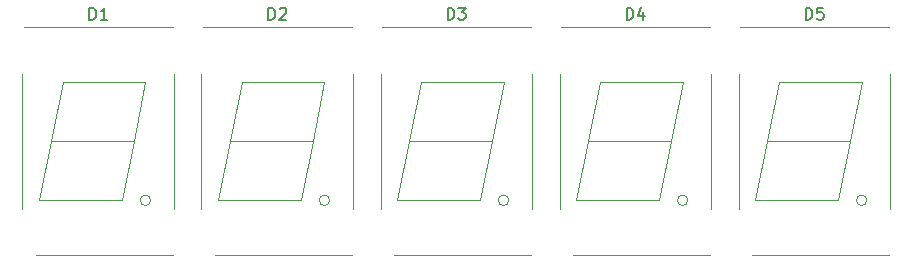
<source format=gto>
G04 #@! TF.GenerationSoftware,KiCad,Pcbnew,(6.0.10)*
G04 #@! TF.CreationDate,2023-02-05T00:57:15+01:00*
G04 #@! TF.ProjectId,Display-Modul,44697370-6c61-4792-9d4d-6f64756c2e6b,rev?*
G04 #@! TF.SameCoordinates,Original*
G04 #@! TF.FileFunction,Legend,Top*
G04 #@! TF.FilePolarity,Positive*
%FSLAX46Y46*%
G04 Gerber Fmt 4.6, Leading zero omitted, Abs format (unit mm)*
G04 Created by KiCad (PCBNEW (6.0.10)) date 2023-02-05 00:57:15*
%MOMM*%
%LPD*%
G01*
G04 APERTURE LIST*
%ADD10C,0.150000*%
%ADD11C,0.120000*%
%ADD12R,1.524000X2.524000*%
%ADD13O,1.524000X2.524000*%
G04 APERTURE END LIST*
D10*
X98331904Y-32202380D02*
X98331904Y-31202380D01*
X98570000Y-31202380D01*
X98712857Y-31250000D01*
X98808095Y-31345238D01*
X98855714Y-31440476D01*
X98903333Y-31630952D01*
X98903333Y-31773809D01*
X98855714Y-31964285D01*
X98808095Y-32059523D01*
X98712857Y-32154761D01*
X98570000Y-32202380D01*
X98331904Y-32202380D01*
X99808095Y-31202380D02*
X99331904Y-31202380D01*
X99284285Y-31678571D01*
X99331904Y-31630952D01*
X99427142Y-31583333D01*
X99665238Y-31583333D01*
X99760476Y-31630952D01*
X99808095Y-31678571D01*
X99855714Y-31773809D01*
X99855714Y-32011904D01*
X99808095Y-32107142D01*
X99760476Y-32154761D01*
X99665238Y-32202380D01*
X99427142Y-32202380D01*
X99331904Y-32154761D01*
X99284285Y-32107142D01*
X52851904Y-32202380D02*
X52851904Y-31202380D01*
X53090000Y-31202380D01*
X53232857Y-31250000D01*
X53328095Y-31345238D01*
X53375714Y-31440476D01*
X53423333Y-31630952D01*
X53423333Y-31773809D01*
X53375714Y-31964285D01*
X53328095Y-32059523D01*
X53232857Y-32154761D01*
X53090000Y-32202380D01*
X52851904Y-32202380D01*
X53804285Y-31297619D02*
X53851904Y-31250000D01*
X53947142Y-31202380D01*
X54185238Y-31202380D01*
X54280476Y-31250000D01*
X54328095Y-31297619D01*
X54375714Y-31392857D01*
X54375714Y-31488095D01*
X54328095Y-31630952D01*
X53756666Y-32202380D01*
X54375714Y-32202380D01*
X68011904Y-32202380D02*
X68011904Y-31202380D01*
X68250000Y-31202380D01*
X68392857Y-31250000D01*
X68488095Y-31345238D01*
X68535714Y-31440476D01*
X68583333Y-31630952D01*
X68583333Y-31773809D01*
X68535714Y-31964285D01*
X68488095Y-32059523D01*
X68392857Y-32154761D01*
X68250000Y-32202380D01*
X68011904Y-32202380D01*
X68916666Y-31202380D02*
X69535714Y-31202380D01*
X69202380Y-31583333D01*
X69345238Y-31583333D01*
X69440476Y-31630952D01*
X69488095Y-31678571D01*
X69535714Y-31773809D01*
X69535714Y-32011904D01*
X69488095Y-32107142D01*
X69440476Y-32154761D01*
X69345238Y-32202380D01*
X69059523Y-32202380D01*
X68964285Y-32154761D01*
X68916666Y-32107142D01*
X37691904Y-32202380D02*
X37691904Y-31202380D01*
X37930000Y-31202380D01*
X38072857Y-31250000D01*
X38168095Y-31345238D01*
X38215714Y-31440476D01*
X38263333Y-31630952D01*
X38263333Y-31773809D01*
X38215714Y-31964285D01*
X38168095Y-32059523D01*
X38072857Y-32154761D01*
X37930000Y-32202380D01*
X37691904Y-32202380D01*
X39215714Y-32202380D02*
X38644285Y-32202380D01*
X38930000Y-32202380D02*
X38930000Y-31202380D01*
X38834761Y-31345238D01*
X38739523Y-31440476D01*
X38644285Y-31488095D01*
X83171904Y-32202380D02*
X83171904Y-31202380D01*
X83410000Y-31202380D01*
X83552857Y-31250000D01*
X83648095Y-31345238D01*
X83695714Y-31440476D01*
X83743333Y-31630952D01*
X83743333Y-31773809D01*
X83695714Y-31964285D01*
X83648095Y-32059523D01*
X83552857Y-32154761D01*
X83410000Y-32202380D01*
X83171904Y-32202380D01*
X84600476Y-31535714D02*
X84600476Y-32202380D01*
X84362380Y-31154761D02*
X84124285Y-31869047D01*
X84743333Y-31869047D01*
D11*
X101070000Y-47500000D02*
X102070000Y-42500000D01*
X96070000Y-37500000D02*
X95070000Y-42500000D01*
X105480000Y-48215000D02*
X105480000Y-36785000D01*
X93770000Y-52135000D02*
X105370000Y-52135000D01*
X103070000Y-37500000D02*
X102070000Y-42500000D01*
X92660000Y-48215000D02*
X92660000Y-36785000D01*
X95070000Y-42500000D02*
X94070000Y-47500000D01*
X96070000Y-37500000D02*
X103070000Y-37500000D01*
X102070000Y-42500000D02*
X95070000Y-42500000D01*
X94070000Y-47500000D02*
X101070000Y-47500000D01*
X105370000Y-32865000D02*
X92770000Y-32865000D01*
X103517214Y-47500000D02*
G75*
G03*
X103517214Y-47500000I-447214J0D01*
G01*
X59890000Y-32865000D02*
X47290000Y-32865000D01*
X48590000Y-47500000D02*
X55590000Y-47500000D01*
X60000000Y-48215000D02*
X60000000Y-36785000D01*
X50590000Y-37500000D02*
X57590000Y-37500000D01*
X47180000Y-48215000D02*
X47180000Y-36785000D01*
X57590000Y-37500000D02*
X56590000Y-42500000D01*
X55590000Y-47500000D02*
X56590000Y-42500000D01*
X56590000Y-42500000D02*
X49590000Y-42500000D01*
X50590000Y-37500000D02*
X49590000Y-42500000D01*
X49590000Y-42500000D02*
X48590000Y-47500000D01*
X48290000Y-52135000D02*
X59890000Y-52135000D01*
X58037214Y-47500000D02*
G75*
G03*
X58037214Y-47500000I-447214J0D01*
G01*
X75160000Y-48215000D02*
X75160000Y-36785000D01*
X63450000Y-52135000D02*
X75050000Y-52135000D01*
X64750000Y-42500000D02*
X63750000Y-47500000D01*
X70750000Y-47500000D02*
X71750000Y-42500000D01*
X75050000Y-32865000D02*
X62450000Y-32865000D01*
X72750000Y-37500000D02*
X71750000Y-42500000D01*
X71750000Y-42500000D02*
X64750000Y-42500000D01*
X62340000Y-48215000D02*
X62340000Y-36785000D01*
X63750000Y-47500000D02*
X70750000Y-47500000D01*
X65750000Y-37500000D02*
X72750000Y-37500000D01*
X65750000Y-37500000D02*
X64750000Y-42500000D01*
X73197214Y-47500000D02*
G75*
G03*
X73197214Y-47500000I-447214J0D01*
G01*
X44730000Y-32865000D02*
X32130000Y-32865000D01*
X34430000Y-42500000D02*
X33430000Y-47500000D01*
X35430000Y-37500000D02*
X42430000Y-37500000D01*
X32020000Y-48215000D02*
X32020000Y-36785000D01*
X41430000Y-42500000D02*
X34430000Y-42500000D01*
X33130000Y-52135000D02*
X44730000Y-52135000D01*
X35430000Y-37500000D02*
X34430000Y-42500000D01*
X42430000Y-37500000D02*
X41430000Y-42500000D01*
X33430000Y-47500000D02*
X40430000Y-47500000D01*
X44840000Y-48215000D02*
X44840000Y-36785000D01*
X40430000Y-47500000D02*
X41430000Y-42500000D01*
X42877214Y-47500000D02*
G75*
G03*
X42877214Y-47500000I-447214J0D01*
G01*
X85910000Y-47500000D02*
X86910000Y-42500000D01*
X80910000Y-37500000D02*
X87910000Y-37500000D01*
X78910000Y-47500000D02*
X85910000Y-47500000D01*
X90210000Y-32865000D02*
X77610000Y-32865000D01*
X78610000Y-52135000D02*
X90210000Y-52135000D01*
X77500000Y-48215000D02*
X77500000Y-36785000D01*
X80910000Y-37500000D02*
X79910000Y-42500000D01*
X86910000Y-42500000D02*
X79910000Y-42500000D01*
X87910000Y-37500000D02*
X86910000Y-42500000D01*
X79910000Y-42500000D02*
X78910000Y-47500000D01*
X90320000Y-48215000D02*
X90320000Y-36785000D01*
X88357214Y-47500000D02*
G75*
G03*
X88357214Y-47500000I-447214J0D01*
G01*
%LPC*%
D12*
X93990000Y-50120000D03*
D13*
X96530000Y-50120000D03*
X99070000Y-50120000D03*
X101610000Y-50120000D03*
X104150000Y-50120000D03*
X104150000Y-34880000D03*
X101610000Y-34880000D03*
X99070000Y-34880000D03*
X96530000Y-34880000D03*
X93990000Y-34880000D03*
D12*
X48510000Y-50120000D03*
D13*
X51050000Y-50120000D03*
X53590000Y-50120000D03*
X56130000Y-50120000D03*
X58670000Y-50120000D03*
X58670000Y-34880000D03*
X56130000Y-34880000D03*
X53590000Y-34880000D03*
X51050000Y-34880000D03*
X48510000Y-34880000D03*
D12*
X63670000Y-50120000D03*
D13*
X66210000Y-50120000D03*
X68750000Y-50120000D03*
X71290000Y-50120000D03*
X73830000Y-50120000D03*
X73830000Y-34880000D03*
X71290000Y-34880000D03*
X68750000Y-34880000D03*
X66210000Y-34880000D03*
X63670000Y-34880000D03*
D12*
X33350000Y-50120000D03*
D13*
X35890000Y-50120000D03*
X38430000Y-50120000D03*
X40970000Y-50120000D03*
X43510000Y-50120000D03*
X43510000Y-34880000D03*
X40970000Y-34880000D03*
X38430000Y-34880000D03*
X35890000Y-34880000D03*
X33350000Y-34880000D03*
D12*
X78830000Y-50120000D03*
D13*
X81370000Y-50120000D03*
X83910000Y-50120000D03*
X86450000Y-50120000D03*
X88990000Y-50120000D03*
X88990000Y-34880000D03*
X86450000Y-34880000D03*
X83910000Y-34880000D03*
X81370000Y-34880000D03*
X78830000Y-34880000D03*
M02*

</source>
